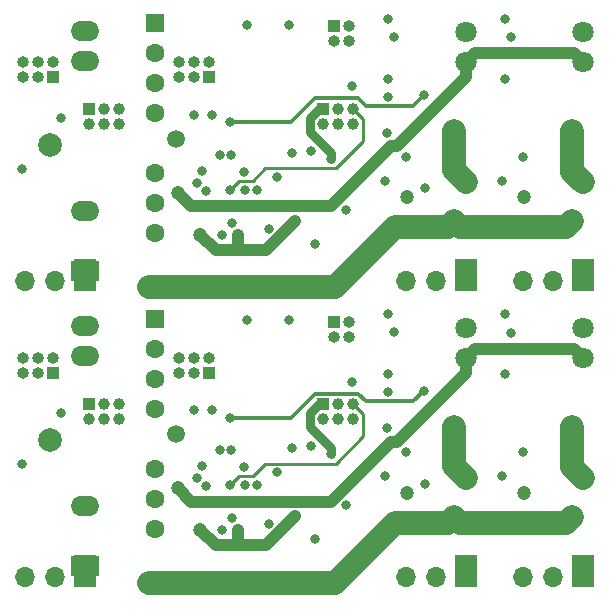
<source format=gbr>
%TF.GenerationSoftware,KiCad,Pcbnew,(5.1.10)-1*%
%TF.CreationDate,2022-01-17T18:44:23+07:00*%
%TF.ProjectId,Power_manager_v3_pnlz1x2,506f7765-725f-46d6-916e-616765725f76,rev?*%
%TF.SameCoordinates,Original*%
%TF.FileFunction,Copper,L2,Inr*%
%TF.FilePolarity,Positive*%
%FSLAX46Y46*%
G04 Gerber Fmt 4.6, Leading zero omitted, Abs format (unit mm)*
G04 Created by KiCad (PCBNEW (5.1.10)-1) date 2022-01-17 18:44:23*
%MOMM*%
%LPD*%
G01*
G04 APERTURE LIST*
%TA.AperFunction,ComponentPad*%
%ADD10C,1.600000*%
%TD*%
%TA.AperFunction,ComponentPad*%
%ADD11O,1.600000X1.600000*%
%TD*%
%TA.AperFunction,ComponentPad*%
%ADD12C,1.500000*%
%TD*%
%TA.AperFunction,ComponentPad*%
%ADD13R,1.000000X1.000000*%
%TD*%
%TA.AperFunction,ComponentPad*%
%ADD14O,1.000000X1.000000*%
%TD*%
%TA.AperFunction,ComponentPad*%
%ADD15R,1.900000X2.700000*%
%TD*%
%TA.AperFunction,ComponentPad*%
%ADD16O,1.700000X1.700000*%
%TD*%
%TA.AperFunction,ComponentPad*%
%ADD17O,2.400000X1.700000*%
%TD*%
%TA.AperFunction,ComponentPad*%
%ADD18R,2.400000X1.700000*%
%TD*%
%TA.AperFunction,ComponentPad*%
%ADD19R,1.600000X1.600000*%
%TD*%
%TA.AperFunction,ComponentPad*%
%ADD20C,1.000000*%
%TD*%
%TA.AperFunction,ComponentPad*%
%ADD21R,1.800000X1.800000*%
%TD*%
%TA.AperFunction,ComponentPad*%
%ADD22C,1.800000*%
%TD*%
%TA.AperFunction,ComponentPad*%
%ADD23C,2.000000*%
%TD*%
%TA.AperFunction,ViaPad*%
%ADD24C,0.800000*%
%TD*%
%TA.AperFunction,ViaPad*%
%ADD25C,1.200000*%
%TD*%
%TA.AperFunction,ViaPad*%
%ADD26C,1.000000*%
%TD*%
%TA.AperFunction,Conductor*%
%ADD27C,1.000000*%
%TD*%
%TA.AperFunction,Conductor*%
%ADD28C,2.000000*%
%TD*%
%TA.AperFunction,Conductor*%
%ADD29C,0.800000*%
%TD*%
%TA.AperFunction,Conductor*%
%ADD30C,0.300000*%
%TD*%
%TA.AperFunction,Conductor*%
%ADD31C,0.250000*%
%TD*%
G04 APERTURE END LIST*
D10*
%TO.N,AC*%
%TO.C,F1*%
X124700000Y-110142000D03*
D11*
%TO.N,Net-(F1-Pad2)*%
X124700000Y-102522000D03*
%TD*%
D12*
%TO.N,Net-(KP1-Pad1)*%
%TO.C,KP1*%
X101205000Y-103157000D03*
%TD*%
D13*
%TO.N,/+5V_state*%
%TO.C,J6*%
X103999000Y-97950000D03*
D14*
%TO.N,/I2C_Int*%
X103999000Y-96680000D03*
%TO.N,GND1*%
X102729000Y-97950000D03*
X102729000Y-96680000D03*
%TO.N,/scl0*%
X101459000Y-97950000D03*
%TO.N,/sda0*%
X101459000Y-96680000D03*
%TD*%
D13*
%TO.N,GNDPWR*%
%TO.C,JP4*%
X114540000Y-93632000D03*
D14*
%TO.N,Net-(JP4-Pad2)*%
X114540000Y-94902000D03*
%TO.N,GNDPWR*%
X115810000Y-93632000D03*
%TO.N,/nRst*%
X115810000Y-94902000D03*
%TD*%
D15*
%TO.N,Net-(J1-Pad1)*%
%TO.C,J1*%
X93458000Y-114714000D03*
D16*
%TO.N,N/C*%
X90918000Y-115222000D03*
%TO.N,Net-(J1-Pad3)*%
X88378000Y-115222000D03*
%TD*%
D15*
%TO.N,Net-(J3-Pad1)*%
%TO.C,J3*%
X125716000Y-114714000D03*
D16*
%TO.N,N/C*%
X123176000Y-115222000D03*
%TO.N,/Load1N*%
X120636000Y-115222000D03*
%TD*%
D15*
%TO.N,Net-(J4-Pad1)*%
%TO.C,J4*%
X135622000Y-114714000D03*
D16*
%TO.N,N/C*%
X133082000Y-115222000D03*
%TO.N,/Load2N*%
X130542000Y-115222000D03*
%TD*%
D17*
%TO.N,GND1*%
%TO.C,U1*%
X93458000Y-94013000D03*
%TO.N,+5V*%
X93458000Y-96553000D03*
%TO.N,Net-(J1-Pad3)*%
X93458000Y-109253000D03*
D18*
%TO.N,Net-(J1-Pad1)*%
X93458000Y-114333000D03*
%TD*%
D19*
%TO.N,Net-(C6-Pad2)*%
%TO.C,U4*%
X99427000Y-93378000D03*
D10*
%TO.N,GND1*%
X99427000Y-95918000D03*
%TO.N,+5P*%
X99427000Y-98458000D03*
%TO.N,/+5V_state*%
X99427000Y-100998000D03*
%TO.N,Net-(JP5-Pad1)*%
X99436500Y-106078000D03*
%TO.N,GNDPWR*%
X99427000Y-108618000D03*
%TO.N,Net-(JP6-Pad1)*%
X99427000Y-111158000D03*
%TD*%
D13*
%TO.N,/+5V_state*%
%TO.C,U7*%
X93839000Y-100617000D03*
D20*
%TO.N,/I2C_Int*%
X93839000Y-101887000D03*
%TO.N,/sda0*%
X95109000Y-100617000D03*
%TO.N,/scl0*%
X95109000Y-101887000D03*
%TO.N,+5P*%
X96379000Y-100617000D03*
%TO.N,GND1*%
X96379000Y-101887000D03*
D13*
%TO.N,+3.3VP*%
X113651000Y-100617000D03*
D20*
%TO.N,GNDPWR*%
X113651000Y-101887000D03*
%TO.N,/I2C_SDA*%
X114921000Y-100617000D03*
%TO.N,/I2C_SCL*%
X114921000Y-101887000D03*
%TO.N,/+5V_valid*%
X116191000Y-100617000D03*
%TO.N,/Int*%
X116191000Y-101887000D03*
%TD*%
D10*
%TO.N,AC*%
%TO.C,F2*%
X134733000Y-110142000D03*
D11*
%TO.N,Net-(F2-Pad2)*%
X134733000Y-102522000D03*
%TD*%
D13*
%TO.N,+5P*%
%TO.C,J2*%
X90791000Y-97950000D03*
D14*
X90791000Y-96680000D03*
%TO.N,GND1*%
X89521000Y-97950000D03*
X89521000Y-96680000D03*
%TO.N,+5V*%
X88251000Y-97950000D03*
X88251000Y-96680000D03*
%TD*%
D21*
%TO.N,Net-(J4-Pad1)*%
%TO.C,U3*%
X135622000Y-114460000D03*
D22*
%TO.N,Net-(F2-Pad2)*%
X135622000Y-106840000D03*
%TO.N,+5VP*%
X135622000Y-96680000D03*
%TO.N,Net-(D4-Pad2)*%
X135622000Y-94140000D03*
%TD*%
D23*
%TO.N,GND1*%
%TO.C,GND1*%
X90537000Y-103665000D03*
%TD*%
D21*
%TO.N,Net-(J3-Pad1)*%
%TO.C,U2*%
X125716000Y-114460000D03*
D22*
%TO.N,Net-(F1-Pad2)*%
X125716000Y-106840000D03*
%TO.N,+5VP*%
X125716000Y-96680000D03*
%TO.N,Net-(D3-Pad2)*%
X125716000Y-94140000D03*
%TD*%
D20*
%TO.N,/Int*%
%TO.C,U7*%
X116191000Y-76887000D03*
%TO.N,/+5V_valid*%
X116191000Y-75617000D03*
%TO.N,/I2C_SCL*%
X114921000Y-76887000D03*
%TO.N,/I2C_SDA*%
X114921000Y-75617000D03*
%TO.N,GNDPWR*%
X113651000Y-76887000D03*
D13*
%TO.N,+3.3VP*%
X113651000Y-75617000D03*
D20*
%TO.N,GND1*%
X96379000Y-76887000D03*
%TO.N,+5P*%
X96379000Y-75617000D03*
%TO.N,/scl0*%
X95109000Y-76887000D03*
%TO.N,/sda0*%
X95109000Y-75617000D03*
%TO.N,/I2C_Int*%
X93839000Y-76887000D03*
D13*
%TO.N,/+5V_state*%
X93839000Y-75617000D03*
%TD*%
D10*
%TO.N,Net-(JP6-Pad1)*%
%TO.C,U4*%
X99427000Y-86158000D03*
%TO.N,GNDPWR*%
X99427000Y-83618000D03*
%TO.N,Net-(JP5-Pad1)*%
X99436500Y-81078000D03*
%TO.N,/+5V_state*%
X99427000Y-75998000D03*
%TO.N,+5P*%
X99427000Y-73458000D03*
%TO.N,GND1*%
X99427000Y-70918000D03*
D19*
%TO.N,Net-(C6-Pad2)*%
X99427000Y-68378000D03*
%TD*%
D18*
%TO.N,Net-(J1-Pad1)*%
%TO.C,U1*%
X93458000Y-89333000D03*
D17*
%TO.N,Net-(J1-Pad3)*%
X93458000Y-84253000D03*
%TO.N,+5V*%
X93458000Y-71553000D03*
%TO.N,GND1*%
X93458000Y-69013000D03*
%TD*%
D16*
%TO.N,/Load2N*%
%TO.C,J4*%
X130542000Y-90222000D03*
%TO.N,N/C*%
X133082000Y-90222000D03*
D15*
%TO.N,Net-(J4-Pad1)*%
X135622000Y-89714000D03*
%TD*%
D16*
%TO.N,/Load1N*%
%TO.C,J3*%
X120636000Y-90222000D03*
%TO.N,N/C*%
X123176000Y-90222000D03*
D15*
%TO.N,Net-(J3-Pad1)*%
X125716000Y-89714000D03*
%TD*%
D16*
%TO.N,Net-(J1-Pad3)*%
%TO.C,J1*%
X88378000Y-90222000D03*
%TO.N,N/C*%
X90918000Y-90222000D03*
D15*
%TO.N,Net-(J1-Pad1)*%
X93458000Y-89714000D03*
%TD*%
D14*
%TO.N,/nRst*%
%TO.C,JP4*%
X115810000Y-69902000D03*
%TO.N,GNDPWR*%
X115810000Y-68632000D03*
%TO.N,Net-(JP4-Pad2)*%
X114540000Y-69902000D03*
D13*
%TO.N,GNDPWR*%
X114540000Y-68632000D03*
%TD*%
D14*
%TO.N,/sda0*%
%TO.C,J6*%
X101459000Y-71680000D03*
%TO.N,/scl0*%
X101459000Y-72950000D03*
%TO.N,GND1*%
X102729000Y-71680000D03*
X102729000Y-72950000D03*
%TO.N,/I2C_Int*%
X103999000Y-71680000D03*
D13*
%TO.N,/+5V_state*%
X103999000Y-72950000D03*
%TD*%
D12*
%TO.N,Net-(KP1-Pad1)*%
%TO.C,KP1*%
X101205000Y-78157000D03*
%TD*%
D11*
%TO.N,Net-(F1-Pad2)*%
%TO.C,F1*%
X124700000Y-77522000D03*
D10*
%TO.N,AC*%
X124700000Y-85142000D03*
%TD*%
D23*
%TO.N,GND1*%
%TO.C,GND1*%
X90537000Y-78665000D03*
%TD*%
D22*
%TO.N,Net-(D3-Pad2)*%
%TO.C,U2*%
X125716000Y-69140000D03*
%TO.N,+5VP*%
X125716000Y-71680000D03*
%TO.N,Net-(F1-Pad2)*%
X125716000Y-81840000D03*
D21*
%TO.N,Net-(J3-Pad1)*%
X125716000Y-89460000D03*
%TD*%
D22*
%TO.N,Net-(D4-Pad2)*%
%TO.C,U3*%
X135622000Y-69140000D03*
%TO.N,+5VP*%
X135622000Y-71680000D03*
%TO.N,Net-(F2-Pad2)*%
X135622000Y-81840000D03*
D21*
%TO.N,Net-(J4-Pad1)*%
X135622000Y-89460000D03*
%TD*%
D14*
%TO.N,+5V*%
%TO.C,J2*%
X88251000Y-71680000D03*
X88251000Y-72950000D03*
%TO.N,GND1*%
X89521000Y-71680000D03*
X89521000Y-72950000D03*
%TO.N,+5P*%
X90791000Y-71680000D03*
D13*
X90791000Y-72950000D03*
%TD*%
D11*
%TO.N,Net-(F2-Pad2)*%
%TO.C,F2*%
X134733000Y-77522000D03*
D10*
%TO.N,AC*%
X134733000Y-85142000D03*
%TD*%
D24*
%TO.N,GNDPWR*%
X129018000Y-73077000D03*
D25*
X130669000Y-83110000D03*
X120763000Y-83110000D03*
D24*
X107174000Y-68505000D03*
X119112000Y-73077000D03*
X110730000Y-68505000D03*
X130589000Y-79681000D03*
X120683000Y-79681000D03*
X88124000Y-80697000D03*
X112960945Y-87063065D03*
X109057425Y-85755425D03*
X102729000Y-76125022D03*
X105978402Y-85274063D03*
X88124000Y-105697000D03*
X120683000Y-104681000D03*
X105978402Y-110274063D03*
X102729000Y-101125022D03*
X112960945Y-112063065D03*
X109057425Y-110755425D03*
X130589000Y-104681000D03*
X110730000Y-93505000D03*
X129018000Y-98077000D03*
D25*
X130669000Y-108110000D03*
X120763000Y-108110000D03*
D24*
X107174000Y-93505000D03*
X119112000Y-98077000D03*
D25*
%TO.N,+5VP*%
X101332000Y-82729000D03*
X101332000Y-107729000D03*
%TO.N,AC*%
X98919000Y-90730000D03*
X98919000Y-115730000D03*
%TO.N,+3.3VP*%
X103257678Y-86260868D03*
D24*
X114286000Y-79834000D03*
X106412000Y-86285000D03*
D26*
X111287627Y-85071744D03*
D24*
X116064000Y-73712000D03*
D26*
X111287627Y-110071744D03*
D24*
X116064000Y-98712000D03*
X106412000Y-111285000D03*
X114286000Y-104834000D03*
D25*
X103257678Y-111260868D03*
D24*
%TO.N,Net-(C9-Pad2)*%
X115571824Y-84141826D03*
X115571824Y-109141826D03*
%TO.N,Net-(C10-Pad1)*%
X118863013Y-81712998D03*
X118863013Y-106712998D03*
%TO.N,Net-(C11-Pad2)*%
X122282337Y-82352659D03*
X122282337Y-107352659D03*
%TO.N,Net-(C12-Pad1)*%
X128764000Y-81713000D03*
X128764000Y-106713000D03*
%TO.N,/L1_o1_nEn*%
X119112000Y-74601000D03*
X104888000Y-79500679D03*
X104888000Y-104500679D03*
X119112000Y-99601000D03*
%TO.N,/L1_o2_nEn*%
X105777000Y-76760000D03*
X122160000Y-74473998D03*
X122160000Y-99473998D03*
X105777000Y-101760000D03*
%TO.N,/SPI_MOSI*%
X103361034Y-80840237D03*
X103361034Y-105840237D03*
%TO.N,/SPI_MISO*%
X103764927Y-82528876D03*
X103764927Y-107528876D03*
%TO.N,/SPI_SCLK*%
X102960803Y-81882612D03*
X102960803Y-106882612D03*
%TO.N,/SPI_SSEL*%
X106936969Y-80973799D03*
X106936969Y-105973799D03*
%TO.N,/Int*%
X112662621Y-79172012D03*
X105899241Y-79490007D03*
X105899241Y-104490007D03*
X112662621Y-104172012D03*
%TO.N,Net-(C1-Pad1)*%
X119683500Y-69521000D03*
X119683500Y-94521000D03*
%TO.N,Net-(C2-Pad1)*%
X129589500Y-69559100D03*
X129589500Y-94559100D03*
%TO.N,Net-(D1-Pad1)*%
X119175500Y-67997000D03*
X119175500Y-92997000D03*
%TO.N,Net-(D2-Pad1)*%
X129081500Y-67997000D03*
X129081500Y-92997000D03*
%TO.N,+5V*%
X91425000Y-76379000D03*
X91425000Y-101379000D03*
%TO.N,Net-(C17-Pad2)*%
X105062000Y-86285000D03*
X104279000Y-76125020D03*
X105062000Y-111285000D03*
X104279000Y-101125020D03*
%TO.N,Net-(R27-Pad2)*%
X109737978Y-81373021D03*
X119096675Y-77632675D03*
X109737978Y-106373021D03*
X119096675Y-102632675D03*
%TO.N,/I2C_SDA*%
X108069875Y-82454535D03*
X108069875Y-107454535D03*
%TO.N,/I2C_SCL*%
X111024357Y-79311990D03*
X107030639Y-82502033D03*
X111024357Y-104311990D03*
X107030639Y-107502033D03*
%TO.N,/+5V_valid*%
X105777002Y-82475002D03*
X105777002Y-107475002D03*
%TD*%
D27*
%TO.N,+5VP*%
X134860000Y-70918000D02*
X135622000Y-71680000D01*
X126478000Y-70918000D02*
X134860000Y-70918000D01*
X125716000Y-71680000D02*
X126478000Y-70918000D01*
X125716000Y-72952792D02*
X125716000Y-71680000D01*
X119876792Y-78792000D02*
X125716000Y-72952792D01*
X119366000Y-78792000D02*
X119876792Y-78792000D01*
X114291991Y-83866009D02*
X119366000Y-78792000D01*
X102469009Y-83866009D02*
X114291991Y-83866009D01*
X101332000Y-82729000D02*
X102469009Y-83866009D01*
X134860000Y-70918000D02*
X135622000Y-71680000D01*
X126478000Y-70918000D02*
X134860000Y-70918000D01*
X125716000Y-71680000D02*
X126478000Y-70918000D01*
X125716000Y-72952792D02*
X125716000Y-71680000D01*
X119876792Y-78792000D02*
X125716000Y-72952792D01*
X119366000Y-78792000D02*
X119876792Y-78792000D01*
X114291991Y-83866009D02*
X119366000Y-78792000D01*
X102469009Y-83866009D02*
X114291991Y-83866009D01*
X101332000Y-82729000D02*
X102469009Y-83866009D01*
X134860000Y-95918000D02*
X135622000Y-96680000D01*
X126478000Y-95918000D02*
X134860000Y-95918000D01*
X125716000Y-96680000D02*
X126478000Y-95918000D01*
X125716000Y-97952792D02*
X125716000Y-96680000D01*
X119876792Y-103792000D02*
X125716000Y-97952792D01*
X119366000Y-103792000D02*
X119876792Y-103792000D01*
X114291991Y-108866009D02*
X119366000Y-103792000D01*
X102469009Y-108866009D02*
X114291991Y-108866009D01*
X101332000Y-107729000D02*
X102469009Y-108866009D01*
D28*
%TO.N,Net-(F1-Pad2)*%
X124700000Y-80824000D02*
X125716000Y-81840000D01*
X124700000Y-77522000D02*
X124700000Y-80824000D01*
X124700000Y-80824000D02*
X125716000Y-81840000D01*
X124700000Y-77522000D02*
X124700000Y-80824000D01*
X124700000Y-105824000D02*
X125716000Y-106840000D01*
X124700000Y-102522000D02*
X124700000Y-105824000D01*
%TO.N,AC*%
X134225000Y-85650000D02*
X134733000Y-85142000D01*
X125208000Y-85650000D02*
X134225000Y-85650000D01*
X124700000Y-85142000D02*
X125208000Y-85650000D01*
X124192000Y-85650000D02*
X124700000Y-85142000D01*
X119747000Y-85650000D02*
X124192000Y-85650000D01*
X114667000Y-90730000D02*
X119747000Y-85650000D01*
X98919000Y-90730000D02*
X114667000Y-90730000D01*
X134225000Y-85650000D02*
X134733000Y-85142000D01*
X125208000Y-85650000D02*
X134225000Y-85650000D01*
X124700000Y-85142000D02*
X125208000Y-85650000D01*
X124192000Y-85650000D02*
X124700000Y-85142000D01*
X119747000Y-85650000D02*
X124192000Y-85650000D01*
X114667000Y-90730000D02*
X119747000Y-85650000D01*
X98919000Y-90730000D02*
X114667000Y-90730000D01*
X134225000Y-110650000D02*
X134733000Y-110142000D01*
X125208000Y-110650000D02*
X134225000Y-110650000D01*
X124700000Y-110142000D02*
X125208000Y-110650000D01*
X124192000Y-110650000D02*
X124700000Y-110142000D01*
X119747000Y-110650000D02*
X124192000Y-110650000D01*
X114667000Y-115730000D02*
X119747000Y-110650000D01*
X98919000Y-115730000D02*
X114667000Y-115730000D01*
%TO.N,Net-(F2-Pad2)*%
X134733000Y-80951000D02*
X135622000Y-81840000D01*
X134733000Y-77522000D02*
X134733000Y-80951000D01*
X134733000Y-80951000D02*
X135622000Y-81840000D01*
X134733000Y-77522000D02*
X134733000Y-80951000D01*
X134733000Y-105951000D02*
X135622000Y-106840000D01*
X134733000Y-102522000D02*
X134733000Y-105951000D01*
D27*
%TO.N,+3.3VP*%
X103257678Y-86260868D02*
X104551810Y-87555000D01*
X106412000Y-87428000D02*
X106539000Y-87555000D01*
X106412000Y-86285000D02*
X106412000Y-87428000D01*
X104551810Y-87555000D02*
X106539000Y-87555000D01*
X111287627Y-85080874D02*
X111287627Y-85071744D01*
X106539000Y-87555000D02*
X108813501Y-87555000D01*
X108813501Y-87555000D02*
X111287627Y-85080874D01*
D29*
X113651000Y-75617000D02*
X113292998Y-75617000D01*
X112550999Y-77580388D02*
X114286000Y-79315389D01*
X112550999Y-76358999D02*
X112550999Y-77580388D01*
X114286000Y-79315389D02*
X114286000Y-79834000D01*
X113292998Y-75617000D02*
X112550999Y-76358999D01*
D27*
X103257678Y-86260868D02*
X104551810Y-87555000D01*
X106412000Y-87428000D02*
X106539000Y-87555000D01*
X106412000Y-86285000D02*
X106412000Y-87428000D01*
X104551810Y-87555000D02*
X106539000Y-87555000D01*
X111287627Y-85080874D02*
X111287627Y-85071744D01*
X106539000Y-87555000D02*
X108813501Y-87555000D01*
X108813501Y-87555000D02*
X111287627Y-85080874D01*
D29*
X113651000Y-75617000D02*
X113292998Y-75617000D01*
X112550999Y-77580388D02*
X114286000Y-79315389D01*
X112550999Y-76358999D02*
X112550999Y-77580388D01*
X114286000Y-79315389D02*
X114286000Y-79834000D01*
X113292998Y-75617000D02*
X112550999Y-76358999D01*
D27*
X111287627Y-110080874D02*
X111287627Y-110071744D01*
X106539000Y-112555000D02*
X108813501Y-112555000D01*
X108813501Y-112555000D02*
X111287627Y-110080874D01*
D29*
X113651000Y-100617000D02*
X113292998Y-100617000D01*
X112550999Y-102580388D02*
X114286000Y-104315389D01*
X112550999Y-101358999D02*
X112550999Y-102580388D01*
X114286000Y-104315389D02*
X114286000Y-104834000D01*
X113292998Y-100617000D02*
X112550999Y-101358999D01*
D27*
X103257678Y-111260868D02*
X104551810Y-112555000D01*
X106412000Y-112428000D02*
X106539000Y-112555000D01*
X106412000Y-111285000D02*
X106412000Y-112428000D01*
X104551810Y-112555000D02*
X106539000Y-112555000D01*
D30*
%TO.N,/L1_o2_nEn*%
X121282997Y-75351001D02*
X122160000Y-74473998D01*
X117275000Y-75351001D02*
X121282997Y-75351001D01*
X116651999Y-74728000D02*
X117275000Y-75351001D01*
X112952500Y-74728000D02*
X116651999Y-74728000D01*
X110920500Y-76760000D02*
X112952500Y-74728000D01*
X105777000Y-76760000D02*
X110920500Y-76760000D01*
X121282997Y-75351001D02*
X122160000Y-74473998D01*
X117275000Y-75351001D02*
X121282997Y-75351001D01*
X116651999Y-74728000D02*
X117275000Y-75351001D01*
X112952500Y-74728000D02*
X116651999Y-74728000D01*
X110920500Y-76760000D02*
X112952500Y-74728000D01*
X105777000Y-76760000D02*
X110920500Y-76760000D01*
X121282997Y-100351001D02*
X122160000Y-99473998D01*
X117275000Y-100351001D02*
X121282997Y-100351001D01*
X116651999Y-99728000D02*
X117275000Y-100351001D01*
X112952500Y-99728000D02*
X116651999Y-99728000D01*
X110920500Y-101760000D02*
X112952500Y-99728000D01*
X105777000Y-101760000D02*
X110920500Y-101760000D01*
D31*
%TO.N,/+5V_valid*%
X106553199Y-81698805D02*
X105777002Y-82475002D01*
X107696195Y-81698805D02*
X106553199Y-81698805D01*
X108746989Y-80648011D02*
X107696195Y-81698805D01*
X117016001Y-78347999D02*
X114715989Y-80648011D01*
X114715989Y-80648011D02*
X108746989Y-80648011D01*
X117016001Y-76442001D02*
X117016001Y-78347999D01*
X116191000Y-75617000D02*
X117016001Y-76442001D01*
X106553199Y-81698805D02*
X105777002Y-82475002D01*
X107696195Y-81698805D02*
X106553199Y-81698805D01*
X108746989Y-80648011D02*
X107696195Y-81698805D01*
X117016001Y-78347999D02*
X114715989Y-80648011D01*
X114715989Y-80648011D02*
X108746989Y-80648011D01*
X117016001Y-76442001D02*
X117016001Y-78347999D01*
X116191000Y-75617000D02*
X117016001Y-76442001D01*
X116191000Y-100617000D02*
X117016001Y-101442001D01*
X106553199Y-106698805D02*
X105777002Y-107475002D01*
X107696195Y-106698805D02*
X106553199Y-106698805D01*
X108746989Y-105648011D02*
X107696195Y-106698805D01*
X117016001Y-103347999D02*
X114715989Y-105648011D01*
X114715989Y-105648011D02*
X108746989Y-105648011D01*
X117016001Y-101442001D02*
X117016001Y-103347999D01*
%TD*%
M02*

</source>
